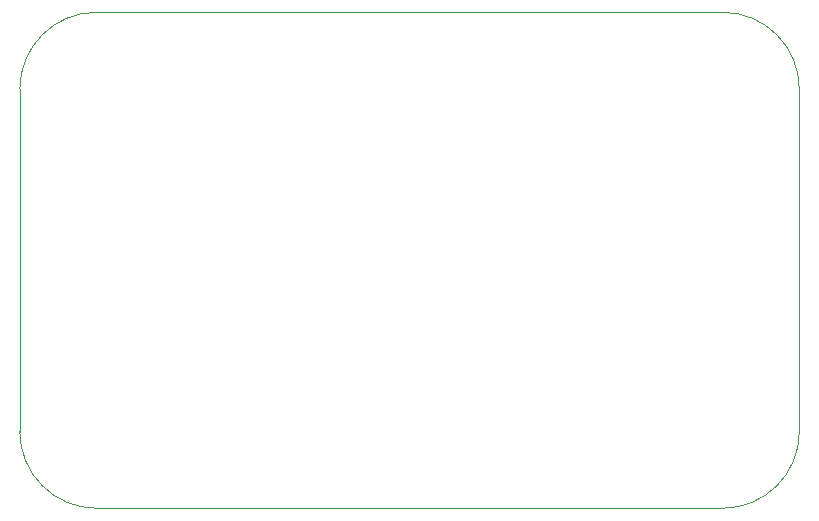
<source format=gbr>
%TF.GenerationSoftware,KiCad,Pcbnew,8.0.4*%
%TF.CreationDate,2024-07-31T13:10:52-04:00*%
%TF.ProjectId,STM32F405RGT6,53544d33-3246-4343-9035-524754362e6b,rev?*%
%TF.SameCoordinates,Original*%
%TF.FileFunction,Profile,NP*%
%FSLAX46Y46*%
G04 Gerber Fmt 4.6, Leading zero omitted, Abs format (unit mm)*
G04 Created by KiCad (PCBNEW 8.0.4) date 2024-07-31 13:10:52*
%MOMM*%
%LPD*%
G01*
G04 APERTURE LIST*
%TA.AperFunction,Profile*%
%ADD10C,0.050000*%
%TD*%
G04 APERTURE END LIST*
D10*
X137250000Y-105500000D02*
X137250000Y-76500000D01*
X77750000Y-112000000D02*
X130750000Y-112000000D01*
X71250000Y-76500000D02*
X71250000Y-105500000D01*
X77750000Y-70000000D02*
X130750000Y-70000000D01*
X130750000Y-70000000D02*
G75*
G02*
X137250000Y-76500000I0J-6500000D01*
G01*
X137250000Y-105500000D02*
G75*
G02*
X130750000Y-112000000I-6500000J0D01*
G01*
X77750000Y-112000000D02*
G75*
G02*
X71250000Y-105500000I0J6500000D01*
G01*
X71250000Y-76500000D02*
G75*
G02*
X77750000Y-70000000I6500000J0D01*
G01*
M02*

</source>
